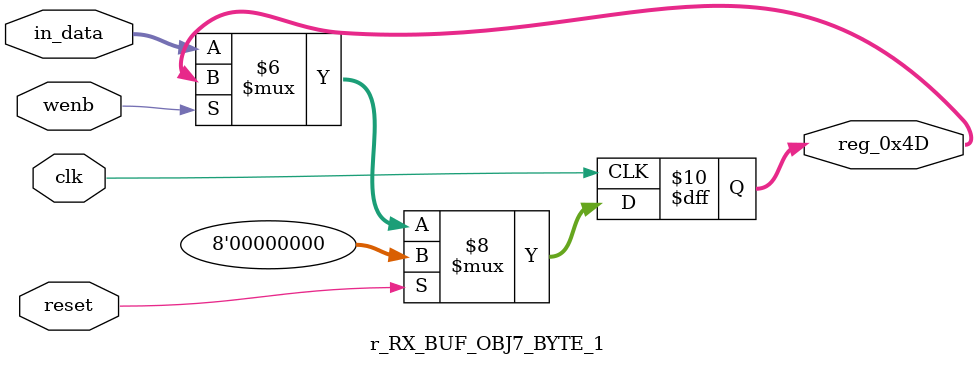
<source format=v>
module r_RX_BUF_OBJ7_BYTE_1(output reg [7:0] reg_0x4D, input wire reset, input wire wenb, input wire [7:0] in_data, input wire clk);
	always@(posedge clk)
	begin
		if(reset==0) begin
			if(wenb==0)
				reg_0x4D<=in_data;
			else
				reg_0x4D<=reg_0x4D;
		end
		else
			reg_0x4D<=8'h00;
	end
endmodule
</source>
